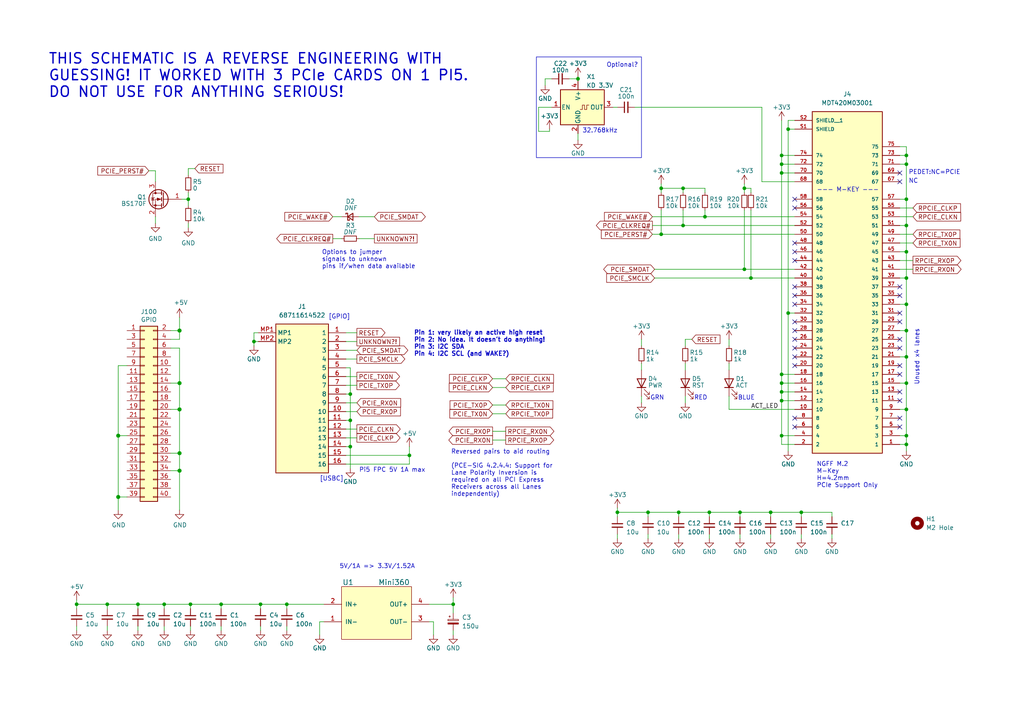
<source format=kicad_sch>
(kicad_sch (version 20230121) (generator eeschema)
  (paper "A4")
  (title_block (title "Raspberry Pi 5 M.2 Hat") (date "2023-11-15") (rev "0.99") (company "George M1GEO, Chris G8OCV") (comment 1 "https://www.george-smart.co.uk") (comment 2 "https://github.com/m1geo/Pi5_PCIe"))
  (junction (at 262.89 65.405))
  (junction (at 215.9 78.105))
  (junction (at 83.185 175.26))
  (junction (at 64.135 175.26))
  (junction (at 191.77 67.945))
  (junction (at 226.695 50.165))
  (junction (at 118.745 132.08))
  (junction (at 34.29 144.145) (diameter 1.016))
  (junction (at 205.74 148.59))
  (junction (at 232.41 148.59))
  (junction (at 198.12 65.405))
  (junction (at 52.07 131.445) (diameter 1.016))
  (junction (at 52.07 95.885) (diameter 1.016))
  (junction (at 226.695 111.125))
  (junction (at 101.6 129.54))
  (junction (at 228.6 90.805))
  (junction (at 179.07 148.59))
  (junction (at 131.445 175.26))
  (junction (at 47.625 175.26))
  (junction (at 226.695 116.205))
  (junction (at 262.89 45.085))
  (junction (at 52.07 118.745) (diameter 1.016))
  (junction (at 262.89 111.125))
  (junction (at 262.89 126.365))
  (junction (at 217.805 80.645))
  (junction (at 75.565 175.26))
  (junction (at 223.52 148.59))
  (junction (at 226.695 47.625))
  (junction (at 228.6 37.465))
  (junction (at 101.6 114.3))
  (junction (at 31.115 175.26))
  (junction (at 262.89 47.625))
  (junction (at 167.64 22.86))
  (junction (at 262.89 88.265))
  (junction (at 73.66 99.06))
  (junction (at 52.07 111.125) (diameter 1.016))
  (junction (at 262.89 57.785))
  (junction (at 262.89 128.905))
  (junction (at 226.695 45.085))
  (junction (at 215.9 54.61))
  (junction (at 55.245 175.26))
  (junction (at 196.85 148.59))
  (junction (at 34.29 126.365) (diameter 1.016))
  (junction (at 262.89 73.025))
  (junction (at 226.695 113.665))
  (junction (at 226.695 108.585))
  (junction (at 187.96 148.59))
  (junction (at 226.695 126.365))
  (junction (at 191.77 54.61))
  (junction (at 204.47 62.865))
  (junction (at 52.07 136.525) (diameter 1.016))
  (junction (at 40.005 175.26))
  (junction (at 198.12 54.61))
  (junction (at 262.89 80.645))
  (junction (at 262.89 95.885))
  (junction (at 54.61 57.785))
  (junction (at 262.89 103.505))
  (junction (at 22.225 175.26))
  (junction (at 101.6 121.92))
  (junction (at 262.89 118.745))
  (junction (at 214.63 148.59))
  (no_connect (at 230.505 123.825))
  (no_connect (at 260.985 121.285))
  (no_connect (at 260.985 100.965))
  (no_connect (at 260.985 90.805))
  (no_connect (at 230.505 75.565))
  (no_connect (at 260.985 116.205))
  (no_connect (at 230.505 60.325))
  (no_connect (at 230.505 88.265))
  (no_connect (at 230.505 85.725))
  (no_connect (at 230.505 106.045))
  (no_connect (at 230.505 93.345))
  (no_connect (at 230.505 100.965))
  (no_connect (at 230.505 95.885))
  (no_connect (at 260.985 98.425))
  (no_connect (at 260.985 52.705))
  (no_connect (at 230.505 103.505))
  (no_connect (at 230.505 73.025))
  (no_connect (at 230.505 57.785))
  (no_connect (at 260.985 113.665))
  (no_connect (at 260.985 50.165))
  (no_connect (at 260.985 108.585))
  (no_connect (at 230.505 83.185))
  (no_connect (at 260.985 106.045))
  (no_connect (at 230.505 70.485))
  (no_connect (at 260.985 93.345))
  (no_connect (at 230.505 121.285))
  (no_connect (at 260.985 83.185))
  (no_connect (at 260.985 123.825))
  (no_connect (at 260.985 85.725))
  (no_connect (at 230.505 98.425))
  (wire (pts (xy 34.29 126.365) (xy 34.29 144.145)))
  (wire (pts (xy 156.21 38.1) (xy 156.21 31.115)))
  (wire (pts (xy 262.89 45.085) (xy 262.89 42.545)))
  (wire (pts (xy 226.695 116.205) (xy 226.695 126.365)))
  (wire (pts (xy 52.07 100.965) (xy 52.07 111.125)))
  (wire (pts (xy 228.6 34.925) (xy 228.6 37.465)))
  (wire (pts (xy 146.685 127.635) (xy 142.875 127.635)))
  (wire (pts (xy 260.985 57.785) (xy 262.89 57.785)))
  (wire (pts (xy 73.66 100.33) (xy 73.66 99.06)))
  (wire (pts (xy 226.695 45.085) (xy 230.505 45.085)))
  (wire (pts (xy 131.445 175.26) (xy 131.445 177.8)))
  (wire (pts (xy 52.07 111.125) (xy 49.53 111.125)))
  (wire (pts (xy 196.85 154.94) (xy 196.85 156.21)))
  (wire (pts (xy 232.41 148.59) (xy 241.3 148.59)))
  (wire (pts (xy 196.85 148.59) (xy 196.85 149.86)))
  (wire (pts (xy 260.985 80.645) (xy 262.89 80.645)))
  (wire (pts (xy 215.9 53.34) (xy 215.9 54.61)))
  (wire (pts (xy 217.805 80.645) (xy 230.505 80.645)))
  (wire (pts (xy 83.185 175.26) (xy 93.98 175.26)))
  (wire (pts (xy 31.115 175.26) (xy 31.115 176.53)))
  (wire (pts (xy 198.12 54.61) (xy 204.47 54.61)))
  (wire (pts (xy 260.985 45.085) (xy 262.89 45.085)))
  (wire (pts (xy 198.12 54.61) (xy 198.12 55.88)))
  (wire (pts (xy 45.085 52.705) (xy 45.085 49.53)))
  (wire (pts (xy 45.085 62.865) (xy 45.085 64.77)))
  (wire (pts (xy 198.755 114.935) (xy 198.755 116.84)))
  (wire (pts (xy 226.695 45.085) (xy 226.695 47.625)))
  (wire (pts (xy 260.985 60.325) (xy 264.795 60.325)))
  (wire (pts (xy 215.9 54.61) (xy 215.9 55.88)))
  (wire (pts (xy 260.985 126.365) (xy 262.89 126.365)))
  (wire (pts (xy 52.07 95.885) (xy 52.07 98.425)))
  (wire (pts (xy 228.6 37.465) (xy 230.505 37.465)))
  (wire (pts (xy 226.695 126.365) (xy 230.505 126.365)))
  (wire (pts (xy 262.89 128.905) (xy 262.89 130.81)))
  (wire (pts (xy 64.135 181.61) (xy 64.135 182.88)))
  (wire (pts (xy 226.695 34.925) (xy 226.695 45.085)))
  (wire (pts (xy 146.685 120.015) (xy 142.875 120.015)))
  (wire (pts (xy 262.89 73.025) (xy 262.89 80.645)))
  (wire (pts (xy 262.89 65.405) (xy 262.89 73.025)))
  (wire (pts (xy 260.985 118.745) (xy 262.89 118.745)))
  (wire (pts (xy 189.865 80.645) (xy 217.805 80.645)))
  (wire (pts (xy 228.6 37.465) (xy 228.6 90.805)))
  (wire (pts (xy 205.74 148.59) (xy 205.74 149.86)))
  (wire (pts (xy 226.695 108.585) (xy 226.695 111.125)))
  (wire (pts (xy 100.33 101.6) (xy 103.505 101.6)))
  (wire (pts (xy 214.63 148.59) (xy 223.52 148.59)))
  (wire (pts (xy 200.66 98.425) (xy 198.755 98.425)))
  (wire (pts (xy 55.245 175.26) (xy 64.135 175.26)))
  (wire (pts (xy 100.33 134.62) (xy 118.745 134.62)))
  (wire (pts (xy 184.15 31.115) (xy 220.98 31.115)))
  (wire (pts (xy 100.33 124.46) (xy 103.505 124.46)))
  (wire (pts (xy 198.12 65.405) (xy 230.505 65.405)))
  (wire (pts (xy 131.445 182.88) (xy 131.445 184.15)))
  (wire (pts (xy 118.745 132.08) (xy 118.745 129.54)))
  (wire (pts (xy 100.33 104.14) (xy 103.505 104.14)))
  (wire (pts (xy 101.6 129.54) (xy 101.6 135.89)))
  (wire (pts (xy 220.98 31.115) (xy 220.98 52.705)))
  (wire (pts (xy 34.29 126.365) (xy 36.83 126.365)))
  (wire (pts (xy 55.245 181.61) (xy 55.245 182.88)))
  (wire (pts (xy 205.74 154.94) (xy 205.74 156.21)))
  (wire (pts (xy 47.625 181.61) (xy 47.625 182.88)))
  (wire (pts (xy 198.755 105.41) (xy 198.755 107.315)))
  (wire (pts (xy 52.07 136.525) (xy 52.07 147.955)))
  (wire (pts (xy 73.66 99.06) (xy 73.66 96.52)))
  (wire (pts (xy 191.77 54.61) (xy 191.77 55.88)))
  (wire (pts (xy 191.77 67.945) (xy 230.505 67.945)))
  (wire (pts (xy 100.33 111.76) (xy 103.505 111.76)))
  (wire (pts (xy 64.135 175.26) (xy 75.565 175.26)))
  (wire (pts (xy 189.23 62.865) (xy 204.47 62.865)))
  (wire (pts (xy 22.225 173.99) (xy 22.225 175.26)))
  (wire (pts (xy 34.29 144.145) (xy 34.29 147.955)))
  (wire (pts (xy 55.245 175.26) (xy 55.245 176.53)))
  (wire (pts (xy 34.29 106.045) (xy 36.83 106.045)))
  (wire (pts (xy 31.115 181.61) (xy 31.115 182.88)))
  (wire (pts (xy 52.07 111.125) (xy 52.07 118.745)))
  (wire (pts (xy 54.61 55.88) (xy 54.61 57.785)))
  (wire (pts (xy 260.985 88.265) (xy 262.89 88.265)))
  (wire (pts (xy 204.47 60.96) (xy 204.47 62.865)))
  (wire (pts (xy 211.455 105.41) (xy 211.455 107.315)))
  (wire (pts (xy 226.695 50.165) (xy 230.505 50.165)))
  (wire (pts (xy 189.23 65.405) (xy 198.12 65.405)))
  (wire (pts (xy 189.23 67.945) (xy 191.77 67.945)))
  (wire (pts (xy 204.47 54.61) (xy 204.47 55.88)))
  (wire (pts (xy 226.695 47.625) (xy 226.695 50.165)))
  (wire (pts (xy 198.755 98.425) (xy 198.755 100.33)))
  (wire (pts (xy 186.055 114.935) (xy 186.055 116.84)))
  (wire (pts (xy 262.89 42.545) (xy 260.985 42.545)))
  (wire (pts (xy 262.89 47.625) (xy 262.89 57.785)))
  (wire (pts (xy 226.695 116.205) (xy 230.505 116.205)))
  (wire (pts (xy 262.89 126.365) (xy 262.89 128.905)))
  (wire (pts (xy 124.46 180.34) (xy 125.73 180.34)))
  (wire (pts (xy 56.515 48.895) (xy 54.61 48.895)))
  (wire (pts (xy 215.9 60.96) (xy 215.9 78.105)))
  (wire (pts (xy 104.14 69.215) (xy 108.585 69.215)))
  (wire (pts (xy 75.565 175.26) (xy 83.185 175.26)))
  (wire (pts (xy 92.71 180.34) (xy 92.71 184.15)))
  (wire (pts (xy 156.21 31.115) (xy 160.02 31.115)))
  (wire (pts (xy 228.6 90.805) (xy 230.505 90.805)))
  (wire (pts (xy 262.89 111.125) (xy 262.89 118.745)))
  (wire (pts (xy 83.185 181.61) (xy 83.185 182.88)))
  (wire (pts (xy 226.695 111.125) (xy 230.505 111.125)))
  (wire (pts (xy 101.6 121.92) (xy 101.6 129.54)))
  (wire (pts (xy 45.085 49.53) (xy 43.18 49.53)))
  (wire (pts (xy 52.07 92.075) (xy 52.07 95.885)))
  (wire (pts (xy 260.985 65.405) (xy 262.89 65.405)))
  (wire (pts (xy 165.1 22.86) (xy 167.64 22.86)))
  (wire (pts (xy 228.6 130.81) (xy 228.6 90.805)))
  (wire (pts (xy 186.055 105.41) (xy 186.055 107.315)))
  (wire (pts (xy 214.63 154.94) (xy 214.63 156.21)))
  (wire (pts (xy 96.52 69.215) (xy 99.06 69.215)))
  (wire (pts (xy 54.61 64.77) (xy 54.61 66.04)))
  (wire (pts (xy 260.985 128.905) (xy 262.89 128.905)))
  (wire (pts (xy 34.29 106.045) (xy 34.29 126.365)))
  (wire (pts (xy 260.985 103.505) (xy 262.89 103.505)))
  (wire (pts (xy 223.52 148.59) (xy 232.41 148.59)))
  (wire (pts (xy 211.455 98.425) (xy 211.455 100.33)))
  (wire (pts (xy 167.64 38.735) (xy 167.64 40.64)))
  (wire (pts (xy 100.33 114.3) (xy 101.6 114.3)))
  (wire (pts (xy 187.96 154.94) (xy 187.96 156.21)))
  (wire (pts (xy 262.89 57.785) (xy 262.89 65.405)))
  (wire (pts (xy 100.33 127) (xy 103.505 127)))
  (wire (pts (xy 64.135 175.26) (xy 64.135 176.53)))
  (wire (pts (xy 158.115 22.86) (xy 160.02 22.86)))
  (wire (pts (xy 223.52 154.94) (xy 223.52 156.21)))
  (wire (pts (xy 100.33 116.84) (xy 103.505 116.84)))
  (wire (pts (xy 125.73 180.34) (xy 125.73 184.15)))
  (wire (pts (xy 131.445 173.355) (xy 131.445 175.26)))
  (wire (pts (xy 101.6 106.68) (xy 101.6 114.3)))
  (wire (pts (xy 214.63 148.59) (xy 214.63 149.86)))
  (wire (pts (xy 47.625 175.26) (xy 47.625 176.53)))
  (wire (pts (xy 198.12 60.96) (xy 198.12 65.405)))
  (wire (pts (xy 159.385 38.1) (xy 159.385 37.465)))
  (wire (pts (xy 230.505 34.925) (xy 228.6 34.925)))
  (wire (pts (xy 204.47 62.865) (xy 230.505 62.865)))
  (wire (pts (xy 211.455 118.745) (xy 230.505 118.745)))
  (wire (pts (xy 262.89 88.265) (xy 262.89 95.885)))
  (wire (pts (xy 146.685 109.855) (xy 142.875 109.855)))
  (wire (pts (xy 189.865 78.105) (xy 215.9 78.105)))
  (wire (pts (xy 47.625 175.26) (xy 55.245 175.26)))
  (wire (pts (xy 226.695 108.585) (xy 230.505 108.585)))
  (wire (pts (xy 262.89 103.505) (xy 262.89 111.125)))
  (wire (pts (xy 52.07 131.445) (xy 49.53 131.445)))
  (wire (pts (xy 177.8 31.115) (xy 179.07 31.115)))
  (wire (pts (xy 260.985 73.025) (xy 262.89 73.025)))
  (wire (pts (xy 260.985 95.885) (xy 262.89 95.885)))
  (wire (pts (xy 52.07 98.425) (xy 49.53 98.425)))
  (wire (pts (xy 93.98 180.34) (xy 92.71 180.34)))
  (wire (pts (xy 22.225 176.53) (xy 22.225 175.26)))
  (wire (pts (xy 100.33 129.54) (xy 101.6 129.54)))
  (wire (pts (xy 73.66 99.06) (xy 74.93 99.06)))
  (wire (pts (xy 226.695 126.365) (xy 226.695 128.905)))
  (wire (pts (xy 54.61 57.785) (xy 54.61 59.69)))
  (wire (pts (xy 75.565 181.61) (xy 75.565 182.88)))
  (wire (pts (xy 186.055 98.425) (xy 186.055 100.33)))
  (wire (pts (xy 73.66 96.52) (xy 74.93 96.52)))
  (wire (pts (xy 191.77 54.61) (xy 198.12 54.61)))
  (wire (pts (xy 52.07 118.745) (xy 49.53 118.745)))
  (wire (pts (xy 260.985 111.125) (xy 262.89 111.125)))
  (wire (pts (xy 146.685 125.095) (xy 142.875 125.095)))
  (wire (pts (xy 22.225 181.61) (xy 22.225 182.88)))
  (wire (pts (xy 100.33 119.38) (xy 103.505 119.38)))
  (wire (pts (xy 260.985 75.565) (xy 264.795 75.565)))
  (wire (pts (xy 101.6 114.3) (xy 101.6 121.92)))
  (wire (pts (xy 100.33 99.06) (xy 103.505 99.06)))
  (wire (pts (xy 191.77 60.96) (xy 191.77 67.945)))
  (wire (pts (xy 230.505 128.905) (xy 226.695 128.905)))
  (wire (pts (xy 124.46 175.26) (xy 131.445 175.26)))
  (wire (pts (xy 187.96 148.59) (xy 187.96 149.86)))
  (wire (pts (xy 260.985 70.485) (xy 264.795 70.485)))
  (wire (pts (xy 158.115 24.765) (xy 158.115 22.86)))
  (wire (pts (xy 100.33 96.52) (xy 103.505 96.52)))
  (wire (pts (xy 226.695 113.665) (xy 230.505 113.665)))
  (wire (pts (xy 52.07 100.965) (xy 49.53 100.965)))
  (wire (pts (xy 262.89 95.885) (xy 262.89 103.505)))
  (wire (pts (xy 40.005 181.61) (xy 40.005 182.88)))
  (wire (pts (xy 260.985 67.945) (xy 264.795 67.945)))
  (wire (pts (xy 215.9 54.61) (xy 217.805 54.61)))
  (wire (pts (xy 146.685 112.395) (xy 142.875 112.395)))
  (wire (pts (xy 40.005 175.26) (xy 47.625 175.26)))
  (wire (pts (xy 223.52 148.59) (xy 223.52 149.86)))
  (wire (pts (xy 260.985 47.625) (xy 262.89 47.625)))
  (wire (pts (xy 179.07 148.59) (xy 179.07 149.86)))
  (wire (pts (xy 217.805 60.96) (xy 217.805 80.645)))
  (wire (pts (xy 187.96 148.59) (xy 196.85 148.59)))
  (wire (pts (xy 179.07 147.32) (xy 179.07 148.59)))
  (wire (pts (xy 101.6 106.68) (xy 100.33 106.68)))
  (wire (pts (xy 226.695 47.625) (xy 230.505 47.625)))
  (wire (pts (xy 262.89 47.625) (xy 262.89 45.085)))
  (wire (pts (xy 167.64 22.86) (xy 167.64 23.495)))
  (wire (pts (xy 241.3 148.59) (xy 241.3 149.86)))
  (wire (pts (xy 52.705 57.785) (xy 54.61 57.785)))
  (wire (pts (xy 191.77 53.34) (xy 191.77 54.61)))
  (wire (pts (xy 167.64 22.225) (xy 167.64 22.86)))
  (wire (pts (xy 146.685 117.475) (xy 142.875 117.475)))
  (wire (pts (xy 52.07 136.525) (xy 49.53 136.525)))
  (wire (pts (xy 211.455 114.935) (xy 211.455 118.745)))
  (wire (pts (xy 262.89 80.645) (xy 262.89 88.265)))
  (wire (pts (xy 260.985 62.865) (xy 264.795 62.865)))
  (wire (pts (xy 179.07 148.59) (xy 187.96 148.59)))
  (wire (pts (xy 226.695 50.165) (xy 226.695 108.585)))
  (wire (pts (xy 100.33 109.22) (xy 103.505 109.22)))
  (wire (pts (xy 108.585 62.865) (xy 104.14 62.865)))
  (wire (pts (xy 83.185 175.26) (xy 83.185 176.53)))
  (wire (pts (xy 100.33 132.08) (xy 118.745 132.08)))
  (wire (pts (xy 205.74 148.59) (xy 214.63 148.59)))
  (wire (pts (xy 215.9 78.105) (xy 230.505 78.105)))
  (wire (pts (xy 52.07 95.885) (xy 49.53 95.885)))
  (wire (pts (xy 52.07 118.745) (xy 52.07 131.445)))
  (wire (pts (xy 75.565 175.26) (xy 75.565 176.53)))
  (wire (pts (xy 217.805 54.61) (xy 217.805 55.88)))
  (wire (pts (xy 179.07 154.94) (xy 179.07 156.21)))
  (wire (pts (xy 156.21 38.1) (xy 159.385 38.1)))
  (wire (pts (xy 220.98 52.705) (xy 230.505 52.705)))
  (wire (pts (xy 31.115 175.26) (xy 40.005 175.26)))
  (wire (pts (xy 40.005 175.26) (xy 40.005 176.53)))
  (wire (pts (xy 34.29 144.145) (xy 36.83 144.145)))
  (wire (pts (xy 262.89 118.745) (xy 262.89 126.365)))
  (wire (pts (xy 54.61 48.895) (xy 54.61 50.8)))
  (wire (pts (xy 100.33 121.92) (xy 101.6 121.92)))
  (wire (pts (xy 226.695 111.125) (xy 226.695 113.665)))
  (wire (pts (xy 52.07 131.445) (xy 52.07 136.525)))
  (wire (pts (xy 196.85 148.59) (xy 205.74 148.59)))
  (wire (pts (xy 241.3 154.94) (xy 241.3 156.21)))
  (wire (pts (xy 118.745 134.62) (xy 118.745 132.08)))
  (wire (pts (xy 260.985 78.105) (xy 264.795 78.105)))
  (wire (pts (xy 226.695 113.665) (xy 226.695 116.205)))
  (wire (pts (xy 232.41 148.59) (xy 232.41 149.86)))
  (wire (pts (xy 96.52 62.865) (xy 99.06 62.865)))
  (wire (pts (xy 22.225 175.26) (xy 31.115 175.26)))
  (wire (pts (xy 232.41 154.94) (xy 232.41 156.21)))
  (rectangle (start 155.575 16.51) (end 186.055 45.72))
  (text "PEDET:NC=PCIE" (at 263.525 50.8 0) (effects (font (size 1.27 1.27)) (justify left bottom)))
  (text "BLUE" (at 213.995 116.205 0) (effects (font (size 1.27 1.27)) (justify left bottom)))
  (text "RED" (at 201.295 116.205 0) (effects (font (size 1.27 1.27)) (justify left bottom)))
  (text "THIS SCHEMATIC IS A REVERSE ENGINEERING WITH\nGUESSING! IT WORKED WITH 3 PCIe CARDS ON 1 PI5.\nDO NOT USE FOR ANYTHING SERIOUS!" (at 13.97 28.575 0) (effects (font (size 3 3) (thickness 0.4) bold) (justify left bottom)))
  (text "[USBC]" (at 92.71 139.7 0) (effects (font (size 1.27 1.27)) (justify left bottom)))
  (text "--- M-KEY ---" (at 236.855 55.88 0) (effects (font (size 1.27 1.27)) (justify left bottom)))
  (text "Pin 1: very likely an active high reset\nPin 2: No idea. It doesn't do anything!\nPin 3: I2C SDA\nPin 4: I2C SCL (and WAKE?)" (at 120.015 103.505 0) (effects (font (size 1.27 1.27) bold) (justify left bottom)))
  (text "32.768kHz" (at 168.91 38.735 0) (effects (font (size 1.27 1.27)) (justify left bottom)))
  (text "Options to jumper\nsignals to unknown\npins if/when data available" (at 93.345 78.105 0) (effects (font (size 1.27 1.27)) (justify left bottom)))
  (text "Optional?" (at 175.895 19.685 0) (effects (font (size 1.27 1.27)) (justify left bottom)))
  (text "Unused x4 lanes" (at 266.7 111.76 90) (effects (font (size 1.27 1.27)) (justify left bottom)))
  (text "Pi5 FPC 5V 1A max" (at 104.14 137.16 0) (effects (font (size 1.27 1.27)) (justify left bottom)))
  (text "Reversed pairs to aid routing\n\n(PCE-SIG 4.2.4.4: Support for\nLane Polarity Inversion is \nrequired on all PCI Express\nReceivers across all Lanes\nindependently)" (at 130.81 144.145 0) (effects (font (size 1.27 1.27)) (justify left bottom)))
  (text "NC" (at 263.525 53.34 0) (effects (font (size 1.27 1.27)) (justify left bottom)))
  (text "NGFF M.2\nM-Key\nH=4.2mm\nPCIe Support Only" (at 236.855 141.605 0) (effects (font (size 1.27 1.27)) (justify left bottom)))
  (text "[GPIO]" (at 95.25 92.71 0) (effects (font (size 1.27 1.27)) (justify left bottom)))
  (text "GRN" (at 188.595 116.205 0) (effects (font (size 1.27 1.27)) (justify left bottom)))
  (text "5V/1A => 3.3V/1.52A" (at 98.425 165.1 0) (effects (font (size 1.27 1.27)) (justify left bottom)))
  (label "ACT_LED" (at 217.805 118.745 0))
  (global_label "PCIE_CLKN" (shape input) (at 142.875 112.395 180) (property "Intersheetrefs" "${INTERSHEET_REFS}" (effects hide)))
  (global_label "RPCIE_RX0N" (shape output) (at 146.685 125.095 0) (property "Intersheetrefs" "${INTERSHEET_REFS}" (effects hide)))
  (global_label "PCIE_RX0N" (shape input) (at 103.505 116.84 0) (property "Intersheetrefs" "${INTERSHEET_REFS}" (effects hide)))
  (global_label "PCIE_CLKREQ#" (shape output) (at 189.23 65.405 180) (property "Intersheetrefs" "${INTERSHEET_REFS}" (effects hide)))
  (global_label "RPCIE_TX0N" (shape input) (at 146.685 117.475 0) (property "Intersheetrefs" "${INTERSHEET_REFS}" (effects hide)))
  (global_label "PCIE_PERST#" (shape input) (at 189.23 67.945 180) (property "Intersheetrefs" "${INTERSHEET_REFS}" (effects hide)))
  (global_label "PCIE_CLKP" (shape output) (at 103.505 127 0) (property "Intersheetrefs" "${INTERSHEET_REFS}" (effects hide)))
  (global_label "PCIE_RX0P" (shape output) (at 142.875 125.095 180) (property "Intersheetrefs" "${INTERSHEET_REFS}" (effects hide)))
  (global_label "RESET" (shape input) (at 56.515 48.895 0) (property "Intersheetrefs" "${INTERSHEET_REFS}" (effects hide)))
  (global_label "PCIE_WAKE#" (shape input) (at 189.23 62.865 180) (property "Intersheetrefs" "${INTERSHEET_REFS}" (effects hide)))
  (global_label "PCIE_SMDAT" (shape bidirectional) (at 103.505 101.6 0) (property "Intersheetrefs" "${INTERSHEET_REFS}" (effects hide)))
  (global_label "PCIE_WAKE#" (shape input) (at 96.52 62.865 180) (property "Intersheetrefs" "${INTERSHEET_REFS}" (effects hide)))
  (global_label "PCIE_PERST#" (shape input) (at 43.18 49.53 180) (property "Intersheetrefs" "${INTERSHEET_REFS}" (effects hide)))
  (global_label "PCIE_TX0P" (shape output) (at 103.505 111.76 0) (property "Intersheetrefs" "${INTERSHEET_REFS}" (effects hide)))
  (global_label "RPCIE_RX0N" (shape output) (at 264.795 78.105 0) (property "Intersheetrefs" "${INTERSHEET_REFS}" (effects hide)))
  (global_label "RPCIE_TX0P" (shape input) (at 146.685 120.015 0) (property "Intersheetrefs" "${INTERSHEET_REFS}" (effects hide)))
  (global_label "RPCIE_CLKN" (shape input) (at 264.795 62.865 0) (property "Intersheetrefs" "${INTERSHEET_REFS}" (effects hide)))
  (global_label "UNKNOWN?!" (shape passive) (at 108.585 69.215 0) (property "Intersheetrefs" "${INTERSHEET_REFS}" (effects hide)))
  (global_label "PCIE_SMCLK" (shape input) (at 189.865 80.645 180) (property "Intersheetrefs" "${INTERSHEET_REFS}" (effects hide)))
  (global_label "RESET" (shape output) (at 103.505 96.52 0) (property "Intersheetrefs" "${INTERSHEET_REFS}" (effects hide)))
  (global_label "UNKNOWN?!" (shape passive) (at 103.505 99.06 0) (property "Intersheetrefs" "${INTERSHEET_REFS}" (effects hide)))
  (global_label "RPCIE_CLKP" (shape input) (at 146.685 112.395 0) (property "Intersheetrefs" "${INTERSHEET_REFS}" (effects hide)))
  (global_label "RPCIE_RX0P" (shape output) (at 264.795 75.565 0) (property "Intersheetrefs" "${INTERSHEET_REFS}" (effects hide)))
  (global_label "RPCIE_RX0P" (shape output) (at 146.685 127.635 0) (property "Intersheetrefs" "${INTERSHEET_REFS}" (effects hide)))
  (global_label "PCIE_CLKREQ#" (shape output) (at 96.52 69.215 180) (property "Intersheetrefs" "${INTERSHEET_REFS}" (effects hide)))
  (global_label "PCIE_SMDAT" (shape bidirectional) (at 189.865 78.105 180) (property "Intersheetrefs" "${INTERSHEET_REFS}" (effects hide)))
  (global_label "PCIE_TX0N" (shape output) (at 103.505 109.22 0) (property "Intersheetrefs" "${INTERSHEET_REFS}" (effects hide)))
  (global_label "PCIE_RX0P" (shape input) (at 103.505 119.38 0) (property "Intersheetrefs" "${INTERSHEET_REFS}" (effects hide)))
  (global_label "RPCIE_TX0N" (shape input) (at 264.795 70.485 0) (property "Intersheetrefs" "${INTERSHEET_REFS}" (effects hide)))
  (global_label "PCIE_RX0N" (shape output) (at 142.875 127.635 180) (property "Intersheetrefs" "${INTERSHEET_REFS}" (effects hide)))
  (global_label "PCIE_SMCLK" (shape output) (at 103.505 104.14 0) (property "Intersheetrefs" "${INTERSHEET_REFS}" (effects hide)))
  (global_label "RPCIE_CLKP" (shape input) (at 264.795 60.325 0) (property "Intersheetrefs" "${INTERSHEET_REFS}" (effects hide)))
  (global_label "RESET" (shape input) (at 200.66 98.425 0) (property "Intersheetrefs" "${INTERSHEET_REFS}" (effects hide)))
  (global_label "PCIE_TX0P" (shape input) (at 142.875 117.475 180) (property "Intersheetrefs" "${INTERSHEET_REFS}" (effects hide)))
  (global_label "PCIE_TX0N" (shape input) (at 142.875 120.015 180) (property "Intersheetrefs" "${INTERSHEET_REFS}" (effects hide)))
  (global_label "RPCIE_TX0P" (shape input) (at 264.795 67.945 0) (property "Intersheetrefs" "${INTERSHEET_REFS}" (effects hide)))
  (global_label "PCIE_CLKN" (shape output) (at 103.505 124.46 0) (property "Intersheetrefs" "${INTERSHEET_REFS}" (effects hide)))
  (global_label "PCIE_CLKP" (shape input) (at 142.875 109.855 180) (property "Intersheetrefs" "${INTERSHEET_REFS}" (effects hide)))
  (global_label "RPCIE_CLKN" (shape input) (at 146.685 109.855 0) (property "Intersheetrefs" "${INTERSHEET_REFS}" (effects hide)))
  (global_label "PCIE_SMDAT" (shape bidirectional) (at 108.585 62.865 0) (property "Intersheetrefs" "${INTERSHEET_REFS}" (effects hide)))
  (symbol (lib_id "Device:R_Small") (at 54.61 53.34 180) (unit 1)
    (property "Reference" "R5" (at 55.88 52.705 0) (effects (justify right)))
    (property "Value" "0" (at 55.88 54.61 0) (effects (justify right)))
    (property "Footprint" "Resistor_SMD:R_0805_2012Metric_Pad1.20x1.40mm_HandSolder" (effects hide))
  )
  (symbol (lib_id "Device:C_Small") (at 31.115 179.07 0) (unit 1)
    (property "Reference" "C7" (at 33.655 178.435 0) (effects (justify left)))
    (property "Value" "10u" (at 33.655 180.975 0) (effects (justify left)))
    (property "Footprint" "Capacitor_SMD:C_0805_2012Metric_Pad1.18x1.45mm_HandSolder" (effects hide))
  )
  (symbol (lib_id "power:+3V3") (at 211.455 98.425 0) (unit 1)
    (property "Reference" "#PWR060" (effects hide))
    (property "Value" "+3V3" (at 211.455 94.615 0))
  )
  (symbol (lib_id "power:+3V3") (at 215.9 53.34 0) (unit 1)
    (property "Reference" "#PWR062" (effects hide))
    (property "Value" "+3V3" (at 215.9 49.53 0))
  )
  (symbol (lib_id "Device:R_Small") (at 204.47 58.42 180) (unit 1)
    (property "Reference" "R19" (at 205.74 57.785 0) (effects (justify right)))
    (property "Value" "10k" (at 205.74 59.69 0) (effects (justify right)))
    (property "Footprint" "Resistor_SMD:R_0805_2012Metric_Pad1.20x1.40mm_HandSolder" (effects hide))
  )
  (symbol (lib_id "NGFF:MDT420M03001") (at 245.745 83.185 180) (unit 1)
    (property "Reference" "J4" (at 245.745 27.305 0))
    (property "Value" "MDT420M03001" (at 245.745 29.845 0))
    (property "Footprint" "ngff:AMPHENOL_MDT420M03001" (effects hide))
    (property "MF" "AMPHENOL ICC / FCI" (effects hide))
    (property "DESCRIPTION" "Pcie M.2 Connectors, Storage And Server Connector, P 0.5mm, H 3.2mm, Key M, Gold Plating" (effects hide))
    (property "PACKAGE" "None" (effects hide))
    (property "PRICE" "None" (effects hide))
    (property "MP" "MDT420M03001" (effects hide))
    (property "AVAILABILITY" "In Stock" (effects hide))
    (property "PURCHASE-URL" "https://pricing.snapeda.com/search/part/MDT420M03001/?ref=eda" (effects hide))
  )
  (symbol (lib_id "Device:C_Small") (at 187.96 152.4 0) (unit 1)
    (property "Reference" "C10" (at 190.5 151.765 0) (effects (justify left)))
    (property "Value" "10u" (at 190.5 154.305 0) (effects (justify left)))
    (property "Footprint" "Capacitor_SMD:C_0805_2012Metric_Pad1.18x1.45mm_HandSolder" (effects hide))
  )
  (symbol (lib_id "power:GND") (at 92.71 184.15 0) (unit 1)
    (property "Reference" "#PWR010" (effects hide))
    (property "Value" "GND" (at 92.71 187.96 0))
  )
  (symbol (lib_id "Device:R_Small") (at 101.6 69.215 90) (unit 1)
    (property "Reference" "R3" (at 101.6 65.405 90))
    (property "Value" "DNF" (at 101.6 67.31 90) (effects (font italic)))
    (property "Footprint" "Resistor_SMD:R_0805_2012Metric_Pad1.20x1.40mm_HandSolder" (effects hide))
  )
  (symbol (lib_id "power:+5V") (at 52.07 92.075 0) (unit 1)
    (property "Reference" "#PWR030" (effects hide))
    (property "Value" "+5V" (at 52.4383 87.7506 0))
  )
  (symbol (lib_id "power:GND") (at 31.115 182.88 0) (unit 1)
    (property "Reference" "#PWR027" (effects hide))
    (property "Value" "GND" (at 31.115 186.69 0))
  )
  (symbol (lib_id "power:GND") (at 73.66 100.33 0) (mirror y) (unit 1)
    (property "Reference" "#PWR036" (effects hide))
    (property "Value" "GND" (at 73.66 104.14 0))
  )
  (symbol (lib_id "Device:C_Small") (at 75.565 179.07 0) (unit 1)
    (property "Reference" "C4" (at 78.105 178.435 0) (effects (justify left)))
    (property "Value" "10u" (at 78.105 180.975 0) (effects (justify left)))
    (property "Footprint" "Capacitor_SMD:C_0805_2012Metric_Pad1.18x1.45mm_HandSolder" (effects hide))
  )
  (symbol (lib_id "power:GND") (at 40.005 182.88 0) (unit 1)
    (property "Reference" "#PWR031" (effects hide))
    (property "Value" "GND" (at 40.005 186.69 0))
  )
  (symbol (lib_id "power:GND") (at 83.185 182.88 0) (unit 1)
    (property "Reference" "#PWR07" (effects hide))
    (property "Value" "GND" (at 83.185 186.69 0))
  )
  (symbol (lib_id "power:GND") (at 241.3 156.21 0) (unit 1)
    (property "Reference" "#PWR019" (effects hide))
    (property "Value" "GND" (at 241.3 160.02 0))
  )
  (symbol (lib_id "power:+3V3") (at 167.64 22.225 0) (unit 1)
    (property "Reference" "#PWR063" (effects hide))
    (property "Value" "+3V3" (at 167.64 18.415 0))
  )
  (symbol (lib_id "power:GND") (at 223.52 156.21 0) (unit 1)
    (property "Reference" "#PWR09" (effects hide))
    (property "Value" "GND" (at 223.52 160.02 0))
  )
  (symbol (lib_id "Device:R_Small") (at 198.12 58.42 180) (unit 1)
    (property "Reference" "R16" (at 199.39 57.785 0) (effects (justify right)))
    (property "Value" "10k" (at 199.39 59.69 0) (effects (justify right)))
    (property "Footprint" "Resistor_SMD:R_0805_2012Metric_Pad1.20x1.40mm_HandSolder" (effects hide))
  )
  (symbol (lib_id "power:+5V") (at 118.745 129.54 0) (unit 1)
    (property "Reference" "#PWR03" (effects hide))
    (property "Value" "+5V" (at 118.745 125.73 0))
  )
  (symbol (lib_id "Mechanical:MountingHole") (at 266.065 151.765 0) (unit 1)
    (property "Reference" "H1" (at 268.605 150.495 0) (effects (justify left)))
    (property "Value" "M2 Hole" (at 268.605 153.035 0) (effects (justify left)))
    (property "Footprint" "MountingHole:MountingHole_3.2mm_M3" (effects hide))
  )
  (symbol (lib_id "fpc:68711614522") (at 74.93 96.52 0) (unit 1)
    (property "Reference" "J1" (at 87.63 88.9 0))
    (property "Value" "68711614522" (at 87.63 91.44 0))
    (property "Footprint" "68711614522" (effects hide))
    (property "Datasheet" "https://katalog.we-online.de/em/datasheet/68711614522.pdf" (effects hide))
    (property "Height" "2.25" (effects hide))
    (property "Manufacturer_Name" "Wurth Elektronik" (effects hide))
    (property "Manufacturer_Part_Number" "68711614522" (effects hide))
    (property "Mouser Part Number" "710-68711614522" (effects hide))
    (property "Mouser Price/Stock" "https://www.mouser.co.uk/ProductDetail/Wurth-Elektronik/68711614522?qs=ZtY9WdtwX56HyqUamfGIMQ%3D%3D" (effects hide))
  )
  (symbol (lib_id "power:GND") (at 186.055 116.84 0) (unit 1)
    (property "Reference" "#PWR057" (effects hide))
    (property "Value" "GND" (at 186.055 120.65 0))
  )
  (symbol (lib_id "Device:C_Polarized_Small") (at 131.445 180.34 0) (unit 1)
    (property "Reference" "C3" (at 133.985 179.07 0) (effects (justify left)))
    (property "Value" "150u" (at 133.985 181.61 0) (effects (justify left)))
    (property "Footprint" "Capacitor_SMD:CP_Elec_6.3x7.7" (effects hide))
    (property "LCSC" "C3032176" (effects hide))
  )
  (symbol (lib_id "power:GND") (at 167.64 40.64 0) (unit 1)
    (property "Reference" "#PWR064" (effects hide))
    (property "Value" "GND" (at 167.64 44.45 0))
  )
  (symbol (lib_id "Device:LED") (at 211.455 111.125 90) (unit 1)
    (property "Reference" "D1" (at 213.36 109.855 90) (effects (justify right)))
    (property "Value" "ACT" (at 213.36 111.76 90) (effects (justify right)))
    (property "Footprint" "LED_SMD:LED_0805_2012Metric_Pad1.15x1.40mm_HandSolder" (effects hide))
  )
  (symbol (lib_id "Device:C_Small") (at 179.07 152.4 0) (unit 1)
    (property "Reference" "C8" (at 181.61 151.765 0) (effects (justify left)))
    (property "Value" "10u" (at 181.61 154.305 0) (effects (justify left)))
    (property "Footprint" "Capacitor_SMD:C_0805_2012Metric_Pad1.18x1.45mm_HandSolder" (effects hide))
  )
  (symbol (lib_id "Device:C_Small") (at 181.61 31.115 90) (unit 1)
    (property "Reference" "C21" (at 181.61 26.035 90))
    (property "Value" "100n" (at 181.61 27.94 90))
    (property "Footprint" "Capacitor_SMD:C_0805_2012Metric_Pad1.18x1.45mm_HandSolder" (effects hide))
  )
  (symbol (lib_id "Device:C_Small") (at 40.005 179.07 0) (unit 1)
    (property "Reference" "C9" (at 42.545 178.435 0) (effects (justify left)))
    (property "Value" "10u" (at 42.545 180.975 0) (effects (justify left)))
    (property "Footprint" "Capacitor_SMD:C_0805_2012Metric_Pad1.18x1.45mm_HandSolder" (effects hide))
  )
  (symbol (lib_id "Device:R_Small") (at 217.805 58.42 180) (unit 1)
    (property "Reference" "R21" (at 219.075 57.785 0) (effects (justify right)))
    (property "Value" "10k" (at 219.075 59.69 0) (effects (justify right)))
    (property "Footprint" "Resistor_SMD:R_0805_2012Metric_Pad1.20x1.40mm_HandSolder" (effects hide))
  )
  (symbol (lib_id "power:GND") (at 45.085 64.77 0) (unit 1)
    (property "Reference" "#PWR011" (effects hide))
    (property "Value" "GND" (at 45.085 69.215 0))
  )
  (symbol (lib_id "power:GND") (at 179.07 156.21 0) (unit 1)
    (property "Reference" "#PWR028" (effects hide))
    (property "Value" "GND" (at 179.07 160.02 0))
  )
  (symbol (lib_id "Device:LED") (at 186.055 111.125 90) (unit 1)
    (property "Reference" "D4" (at 187.96 109.855 90) (effects (justify right)))
    (property "Value" "PWR" (at 187.96 111.76 90) (effects (justify right)))
    (property "Footprint" "LED_SMD:LED_0805_2012Metric_Pad1.15x1.40mm_HandSolder" (effects hide))
  )
  (symbol (lib_id "Device:C_Small") (at 55.245 179.07 0) (unit 1)
    (property "Reference" "C11" (at 57.785 178.435 0) (effects (justify left)))
    (property "Value" "100n" (at 57.785 180.975 0) (effects (justify left)))
    (property "Footprint" "Capacitor_SMD:C_0805_2012Metric_Pad1.18x1.45mm_HandSolder" (effects hide))
  )
  (symbol (lib_id "power:GND") (at 22.225 182.88 0) (unit 1)
    (property "Reference" "#PWR017" (effects hide))
    (property "Value" "GND" (at 22.225 186.69 0))
  )
  (symbol (lib_id "power:GND") (at 54.61 66.04 0) (unit 1)
    (property "Reference" "#PWR013" (effects hide))
    (property "Value" "GND" (at 54.61 70.485 0))
  )
  (symbol (lib_id "power:GND") (at 131.445 184.15 0) (unit 1)
    (property "Reference" "#PWR014" (effects hide))
    (property "Value" "GND" (at 131.445 187.96 0))
  )
  (symbol (lib_id "Device:R_Small") (at 191.77 58.42 180) (unit 1)
    (property "Reference" "R17" (at 193.04 57.785 0) (effects (justify right)))
    (property "Value" "10k" (at 193.04 59.69 0) (effects (justify right)))
    (property "Footprint" "Resistor_SMD:R_0805_2012Metric_Pad1.20x1.40mm_HandSolder" (effects hide))
  )
  (symbol (lib_id "Device:R_Small") (at 211.455 102.87 0) (unit 1)
    (property "Reference" "R18" (at 212.725 102.235 0) (effects (justify left)))
    (property "Value" "1k" (at 212.725 104.14 0) (effects (justify left)))
    (property "Footprint" "Resistor_SMD:R_0805_2012Metric_Pad1.20x1.40mm_HandSolder" (effects hide))
  )
  (symbol (lib_id "Device:R_Small") (at 54.61 62.23 0) (unit 1)
    (property "Reference" "R4" (at 55.88 61.595 0) (effects (justify left)))
    (property "Value" "10k" (at 55.88 63.5 0) (effects (justify left)))
    (property "Footprint" "Resistor_SMD:R_0805_2012Metric_Pad1.20x1.40mm_HandSolder" (effects hide))
  )
  (symbol (lib_id "Device:LED") (at 198.755 111.125 90) (unit 1)
    (property "Reference" "D5" (at 200.66 109.855 90) (effects (justify right)))
    (property "Value" "RST" (at 200.66 111.76 90) (effects (justify right)))
    (property "Footprint" "LED_SMD:LED_0805_2012Metric_Pad1.15x1.40mm_HandSolder" (effects hide))
  )
  (symbol (lib_id "power:+3V3") (at 131.445 173.355 0) (unit 1)
    (property "Reference" "#PWR015" (effects hide))
    (property "Value" "+3V3" (at 131.445 169.545 0))
  )
  (symbol (lib_id "Device:R_Small") (at 198.755 102.87 0) (unit 1)
    (property "Reference" "R15" (at 200.025 102.235 0) (effects (justify left)))
    (property "Value" "1k" (at 200.025 104.14 0) (effects (justify left)))
    (property "Footprint" "Resistor_SMD:R_0805_2012Metric_Pad1.20x1.40mm_HandSolder" (effects hide))
  )
  (symbol (lib_id "Device:C_Small") (at 64.135 179.07 0) (unit 1)
    (property "Reference" "C1" (at 66.675 178.435 0) (effects (justify left)))
    (property "Value" "100n" (at 66.675 180.975 0) (effects (justify left)))
    (property "Footprint" "Capacitor_SMD:C_0805_2012Metric_Pad1.18x1.45mm_HandSolder" (effects hide))
  )
  (symbol (lib_id "power:+3V3") (at 191.77 53.34 0) (unit 1)
    (property "Reference" "#PWR061" (effects hide))
    (property "Value" "+3V3" (at 191.77 49.53 0))
  )
  (symbol (lib_id "Device:C_Small") (at 83.185 179.07 0) (unit 1)
    (property "Reference" "C6" (at 85.725 178.435 0) (effects (justify left)))
    (property "Value" "100n" (at 85.725 180.975 0) (effects (justify left)))
    (property "Footprint" "Capacitor_SMD:C_0805_2012Metric_Pad1.18x1.45mm_HandSolder" (effects hide))
  )
  (symbol (lib_id "power:GND") (at 125.73 184.15 0) (mirror y) (unit 1)
    (property "Reference" "#PWR012" (effects hide))
    (property "Value" "GND" (at 125.73 187.96 0))
  )
  (symbol (lib_id "Device:C_Small") (at 47.625 179.07 0) (unit 1)
    (property "Reference" "C2" (at 50.165 178.435 0) (effects (justify left)))
    (property "Value" "10u" (at 50.165 180.975 0) (effects (justify left)))
    (property "Footprint" "Capacitor_SMD:C_0805_2012Metric_Pad1.18x1.45mm_HandSolder" (effects hide))
  )
  (symbol (lib_id "power:GND") (at 101.6 135.89 0) (mirror y) (unit 1)
    (property "Reference" "#PWR016" (effects hide))
    (property "Value" "GND" (at 101.6 139.7 0))
  )
  (symbol (lib_id "Device:C_Small") (at 241.3 152.4 0) (unit 1)
    (property "Reference" "C17" (at 243.84 151.765 0) (effects (justify left)))
    (property "Value" "100n" (effects hide))
    (property "Footprint" "Capacitor_SMD:C_0805_2012Metric_Pad1.18x1.45mm_HandSolder" (effects hide))
  )
  (symbol (lib_id "power:+3V3") (at 186.055 98.425 0) (unit 1)
    (property "Reference" "#PWR059" (effects hide))
    (property "Value" "+3V3" (at 186.055 94.615 0))
  )
  (symbol (lib_id "power:GND") (at 214.63 156.21 0) (unit 1)
    (property "Reference" "#PWR040" (effects hide))
    (property "Value" "GND" (at 214.63 160.02 0))
  )
  (symbol (lib_id "Mini360:Mini360") (at 109.22 177.8 0) (unit 1)
    (property "Reference" "U1" (at 100.965 168.91 0) (effects (font (size 1.524 1.524))))
    (property "Value" "Mini360" (at 114.3 168.91 0) (effects (font (size 1.524 1.524))))
    (property "Footprint" "Mini360:Mini360_step-down" (effects hide))
  )
  (symbol (lib_id "power:+5V") (at 22.225 173.99 0) (unit 1)
    (property "Reference" "#PWR01" (effects hide))
    (property "Value" "+5V" (at 22.225 170.18 0))
  )
  (symbol (lib_id "Connector_Generic:Conn_02x20_Odd_Even") (at 41.91 118.745 0) (unit 1)
    (property "Reference" "J100" (at 43.18 90.4048 0))
    (property "Value" "GPIO" (at 43.18 92.71 0))
    (property "Footprint" "Connector_PinSocket_2.54mm:PinSocket_2x20_P2.54mm_Vertical" (effects hide))
  )
  (symbol (lib_id "Oscillator:DFA-S15") (at 167.64 31.115 0) (unit 1)
    (property "Reference" "X1" (at 171.45 22.225 0))
    (property "Value" "KD 3.3V" (at 173.99 24.765 0))
    (property "Footprint" "Oscillator:Oscillator_SMD_Fordahl_DFAS15-4Pin_5.0x3.2mm_HandSoldering" (effects hide))
    (property "Datasheet" "https://www.diodes.com/assets/Datasheets/KD_3-3V.pdf" (effects hide))
  )
  (symbol (lib_id "Device:C_Small") (at 232.41 152.4 0) (unit 1)
    (property "Reference" "C15" (at 234.95 151.765 0) (effects (justify left)))
    (property "Value" "100n" (at 234.95 154.305 0) (effects (justify left)))
    (property "Footprint" "Capacitor_SMD:C_0805_2012Metric_Pad1.18x1.45mm_HandSolder" (effects hide))
  )
  (symbol (lib_id "Device:C_Small") (at 162.56 22.86 90) (unit 1)
    (property "Reference" "C22" (at 162.56 18.415 90))
    (property "Value" "100n" (at 162.5663 20.32 90))
    (property "Footprint" "Capacitor_SMD:C_0805_2012Metric_Pad1.18x1.45mm_HandSolder" (effects hide))
  )
  (symbol (lib_id "power:GND") (at 187.96 156.21 0) (unit 1)
    (property "Reference" "#PWR032" (effects hide))
    (property "Value" "GND" (at 187.96 160.02 0))
  )
  (symbol (lib_id "Device:C_Small") (at 223.52 152.4 0) (unit 1)
    (property "Reference" "C13" (at 226.06 151.765 0) (effects (justify left)))
    (property "Value" "100n" (at 226.06 154.305 0) (effects (justify left)))
    (property "Footprint" "Capacitor_SMD:C_0805_2012Metric_Pad1.18x1.45mm_HandSolder" (effects hide))
  )
  (symbol (lib_id "power:GND") (at 205.74 156.21 0) (unit 1)
    (property "Reference" "#PWR037" (effects hide))
    (property "Value" "GND" (at 205.74 160.02 0))
  )
  (symbol (lib_id "power:GND") (at 55.245 182.88 0) (unit 1)
    (property "Reference" "#PWR034" (effects hide))
    (property "Value" "GND" (at 55.245 186.69 0))
  )
  (symbol (lib_id "power:GND") (at 34.29 147.955 0) (unit 1)
    (property "Reference" "#PWR029" (effects hide))
    (property "Value" "GND" (at 34.4043 152.2794 0))
  )
  (symbol (lib_id "power:GND") (at 262.89 130.81 0) (unit 1)
    (property "Reference" "#PWR020" (effects hide))
    (property "Value" "GND" (at 262.89 134.62 0))
  )
  (symbol (lib_id "Transistor_FET:BS170F") (at 47.625 57.785 0) (mirror y) (unit 1)
    (property "Reference" "Q1" (at 42.545 57.15 0) (effects (justify left)))
    (property "Value" "BS170F" (at 42.545 59.055 0) (effects (justify left)))
    (property "Footprint" "Package_TO_SOT_SMD:SOT-23" (effects hide))
    (property "Datasheet" "http://www.diodes.com/assets/Datasheets/BS170F.pdf" (effects hide))
  )
  (symbol (lib_id "power:GND") (at 75.565 182.88 0) (unit 1)
    (property "Reference" "#PWR04" (effects hide))
    (property "Value" "GND" (at 75.565 186.69 0))
  )
  (symbol (lib_id "power:GND") (at 158.115 24.765 0) (unit 1)
    (property "Reference" "#PWR066" (effects hide))
    (property "Value" "GND" (at 158.115 28.575 0))
  )
  (symbol (lib_id "Device:C_Small") (at 22.225 179.07 0) (unit 1)
    (property "Reference" "C5" (at 24.765 178.435 0) (effects (justify left)))
    (property "Value" "10u" (at 24.765 180.975 0) (effects (justify left)))
    (property "Footprint" "Capacitor_SMD:C_0805_2012Metric_Pad1.18x1.45mm_HandSolder" (effects hide))
  )
  (symbol (lib_id "Device:C_Small") (at 196.85 152.4 0) (unit 1)
    (property "Reference" "C12" (at 199.39 151.765 0) (effects (justify left)))
    (property "Value" "100n" (at 199.39 154.305 0) (effects (justify left)))
    (property "Footprint" "Capacitor_SMD:C_0805_2012Metric_Pad1.18x1.45mm_HandSolder" (effects hide))
  )
  (symbol (lib_id "Device:D_Schottky_Small") (at 101.6 62.865 0) (unit 1)
    (property "Reference" "D2" (at 101.6 58.42 0))
    (property "Value" "DNF" (at 101.6 60.325 0) (effects (font italic)))
    (property "Footprint" "Diode_SMD:D_0805_2012Metric_Pad1.15x1.40mm_HandSolder" (effects hide))
    (property "LCSC" "C23848" (effects hide))
  )
  (symbol (lib_id "Device:C_Small") (at 214.63 152.4 0) (unit 1)
    (property "Reference" "C16" (at 217.17 151.765 0) (effects (justify left)))
    (property "Value" "100n" (at 217.17 154.305 0) (effects (justify left)))
    (property "Footprint" "Capacitor_SMD:C_0805_2012Metric_Pad1.18x1.45mm_HandSolder" (effects hide))
  )
  (symbol (lib_id "power:+3V3") (at 179.07 147.32 0) (unit 1)
    (property "Reference" "#PWR022" (effects hide))
    (property "Value" "+3V3" (at 179.07 143.51 0))
  )
  (symbol (lib_id "power:+3V3") (at 159.385 37.465 0) (unit 1)
    (property "Reference" "#PWR065" (effects hide))
    (property "Value" "+3V3" (at 159.385 33.655 0))
  )
  (symbol (lib_id "power:GND") (at 64.135 182.88 0) (unit 1)
    (property "Reference" "#PWR05" (effects hide))
    (property "Value" "GND" (at 64.135 186.69 0))
  )
  (symbol (lib_id "Device:R_Small") (at 215.9 58.42 0) (mirror x) (unit 1)
    (property "Reference" "R20" (at 214.63 57.785 0) (effects (justify right)))
    (property "Value" "10k" (at 214.63 59.69 0) (effects (justify right)))
    (property "Footprint" "Resistor_SMD:R_0805_2012Metric_Pad1.20x1.40mm_HandSolder" (effects hide))
  )
  (symbol (lib_id "power:GND") (at 52.07 147.955 0) (unit 1)
    (property "Reference" "#PWR033" (effects hide))
    (property "Value" "GND" (at 52.1843 152.2794 0))
  )
  (symbol (lib_id "power:GND") (at 198.755 116.84 0) (unit 1)
    (property "Reference" "#PWR058" (effects hide))
    (property "Value" "GND" (at 198.755 120.65 0))
  )
  (symbol (lib_id "Device:C_Small") (at 205.74 152.4 0) (unit 1)
    (property "Reference" "C14" (at 208.28 151.765 0) (effects (justify left)))
    (property "Value" "100n" (at 208.28 154.305 0) (effects (justify left)))
    (property "Footprint" "Capacitor_SMD:C_0805_2012Metric_Pad1.18x1.45mm_HandSolder" (effects hide))
  )
  (symbol (lib_id "power:GND") (at 228.6 130.81 0) (unit 1)
    (property "Reference" "#PWR054" (effects hide))
    (property "Value" "GND" (at 228.6 134.62 0))
  )
  (symbol (lib_id "power:+3V3") (at 226.695 34.925 0) (unit 1)
    (property "Reference" "#PWR02" (effects hide))
    (property "Value" "+3V3" (at 226.695 31.115 0))
  )
  (symbol (lib_id "power:GND") (at 196.85 156.21 0) (unit 1)
    (property "Reference" "#PWR035" (effects hide))
    (property "Value" "GND" (at 196.85 160.02 0))
  )
  (symbol (lib_id "power:GND") (at 232.41 156.21 0) (unit 1)
    (property "Reference" "#PWR018" (effects hide))
    (property "Value" "GND" (at 232.41 160.02 0))
  )
  (symbol (lib_id "Device:R_Small") (at 186.055 102.87 0) (unit 1)
    (property "Reference" "R14" (at 187.325 102.235 0) (effects (justify left)))
    (property "Value" "1k" (at 187.325 104.14 0) (effects (justify left)))
    (property "Footprint" "Resistor_SMD:R_0805_2012Metric_Pad1.20x1.40mm_HandSolder" (effects hide))
  )
  (symbol (lib_id "power:GND") (at 47.625 182.88 0) (unit 1)
    (property "Reference" "#PWR06" (effects hide))
    (property "Value" "GND" (at 47.625 186.69 0))
  )
)
</source>
